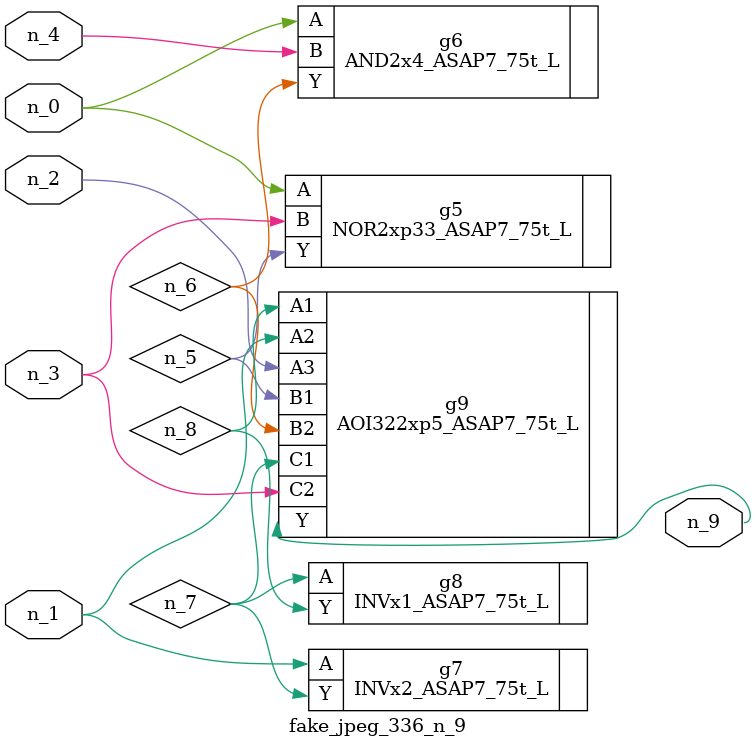
<source format=v>
module fake_jpeg_336_n_9 (n_3, n_2, n_1, n_0, n_4, n_9);

input n_3;
input n_2;
input n_1;
input n_0;
input n_4;

output n_9;

wire n_8;
wire n_6;
wire n_5;
wire n_7;

NOR2xp33_ASAP7_75t_L g5 ( 
.A(n_0),
.B(n_3),
.Y(n_5)
);

AND2x4_ASAP7_75t_L g6 ( 
.A(n_0),
.B(n_4),
.Y(n_6)
);

INVx2_ASAP7_75t_L g7 ( 
.A(n_1),
.Y(n_7)
);

INVx1_ASAP7_75t_L g8 ( 
.A(n_7),
.Y(n_8)
);

AOI322xp5_ASAP7_75t_L g9 ( 
.A1(n_8),
.A2(n_1),
.A3(n_2),
.B1(n_5),
.B2(n_6),
.C1(n_7),
.C2(n_3),
.Y(n_9)
);


endmodule
</source>
